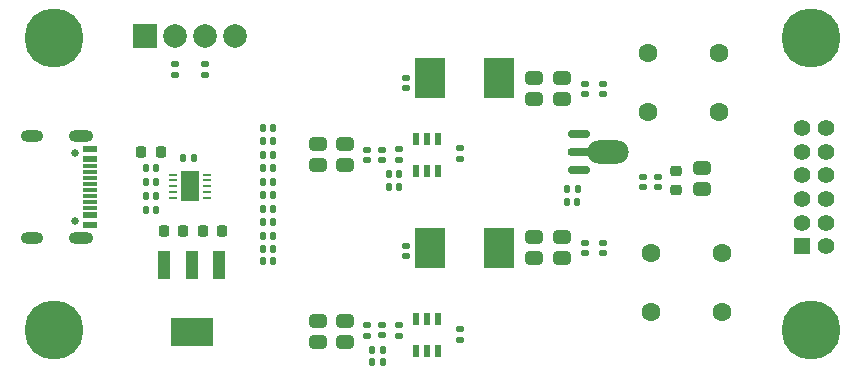
<source format=gbr>
%TF.GenerationSoftware,Altium Limited,Altium Designer,24.10.1 (45)*%
G04 Layer_Color=255*
%FSLAX45Y45*%
%MOMM*%
%TF.SameCoordinates,F50C4461-6059-43A5-BEE7-B7ABC5EDFC2B*%
%TF.FilePolarity,Positive*%
%TF.FileFunction,Pads,Top*%
%TF.Part,Single*%
G01*
G75*
%TA.AperFunction,SMDPad,CuDef*%
%ADD10R,2.50000X3.50000*%
G04:AMPARAMS|DCode=11|XSize=0.49mm|YSize=0.6mm|CornerRadius=0.049mm|HoleSize=0mm|Usage=FLASHONLY|Rotation=90.000|XOffset=0mm|YOffset=0mm|HoleType=Round|Shape=RoundedRectangle|*
%AMROUNDEDRECTD11*
21,1,0.49000,0.50200,0,0,90.0*
21,1,0.39200,0.60000,0,0,90.0*
1,1,0.09800,0.25100,0.19600*
1,1,0.09800,0.25100,-0.19600*
1,1,0.09800,-0.25100,-0.19600*
1,1,0.09800,-0.25100,0.19600*
%
%ADD11ROUNDEDRECTD11*%
G04:AMPARAMS|DCode=12|XSize=0.6mm|YSize=0.54mm|CornerRadius=0.1431mm|HoleSize=0mm|Usage=FLASHONLY|Rotation=0.000|XOffset=0mm|YOffset=0mm|HoleType=Round|Shape=RoundedRectangle|*
%AMROUNDEDRECTD12*
21,1,0.60000,0.25380,0,0,0.0*
21,1,0.31380,0.54000,0,0,0.0*
1,1,0.28620,0.15690,-0.12690*
1,1,0.28620,-0.15690,-0.12690*
1,1,0.28620,-0.15690,0.12690*
1,1,0.28620,0.15690,0.12690*
%
%ADD12ROUNDEDRECTD12*%
G04:AMPARAMS|DCode=13|XSize=0.9mm|YSize=0.96mm|CornerRadius=0.225mm|HoleSize=0mm|Usage=FLASHONLY|Rotation=180.000|XOffset=0mm|YOffset=0mm|HoleType=Round|Shape=RoundedRectangle|*
%AMROUNDEDRECTD13*
21,1,0.90000,0.51000,0,0,180.0*
21,1,0.45000,0.96000,0,0,180.0*
1,1,0.45000,-0.22500,0.25500*
1,1,0.45000,0.22500,0.25500*
1,1,0.45000,0.22500,-0.25500*
1,1,0.45000,-0.22500,-0.25500*
%
%ADD13ROUNDEDRECTD13*%
%ADD14R,3.59999X2.47000*%
%ADD15R,0.98001X2.47000*%
G04:AMPARAMS|DCode=16|XSize=0.49mm|YSize=0.6mm|CornerRadius=0.049mm|HoleSize=0mm|Usage=FLASHONLY|Rotation=180.000|XOffset=0mm|YOffset=0mm|HoleType=Round|Shape=RoundedRectangle|*
%AMROUNDEDRECTD16*
21,1,0.49000,0.50200,0,0,180.0*
21,1,0.39200,0.60000,0,0,180.0*
1,1,0.09800,-0.19600,0.25100*
1,1,0.09800,0.19600,0.25100*
1,1,0.09800,0.19600,-0.25100*
1,1,0.09800,-0.19600,-0.25100*
%
%ADD16ROUNDEDRECTD16*%
%ADD17O,1.90000X0.70000*%
%ADD18O,3.49999X2.00000*%
%ADD19O,2.10000X0.70000*%
G04:AMPARAMS|DCode=20|XSize=1.15mm|YSize=1.45mm|CornerRadius=0.2875mm|HoleSize=0mm|Usage=FLASHONLY|Rotation=270.000|XOffset=0mm|YOffset=0mm|HoleType=Round|Shape=RoundedRectangle|*
%AMROUNDEDRECTD20*
21,1,1.15000,0.87500,0,0,270.0*
21,1,0.57500,1.45000,0,0,270.0*
1,1,0.57500,-0.43750,-0.28750*
1,1,0.57500,-0.43750,0.28750*
1,1,0.57500,0.43750,0.28750*
1,1,0.57500,0.43750,-0.28750*
%
%ADD20ROUNDEDRECTD20*%
G04:AMPARAMS|DCode=21|XSize=0.6mm|YSize=0.54mm|CornerRadius=0.1431mm|HoleSize=0mm|Usage=FLASHONLY|Rotation=270.000|XOffset=0mm|YOffset=0mm|HoleType=Round|Shape=RoundedRectangle|*
%AMROUNDEDRECTD21*
21,1,0.60000,0.25380,0,0,270.0*
21,1,0.31380,0.54000,0,0,270.0*
1,1,0.28620,-0.12690,-0.15690*
1,1,0.28620,-0.12690,0.15690*
1,1,0.28620,0.12690,0.15690*
1,1,0.28620,0.12690,-0.15690*
%
%ADD21ROUNDEDRECTD21*%
%ADD22R,0.60000X1.10000*%
G04:AMPARAMS|DCode=23|XSize=0.9mm|YSize=0.96mm|CornerRadius=0.225mm|HoleSize=0mm|Usage=FLASHONLY|Rotation=270.000|XOffset=0mm|YOffset=0mm|HoleType=Round|Shape=RoundedRectangle|*
%AMROUNDEDRECTD23*
21,1,0.90000,0.51000,0,0,270.0*
21,1,0.45000,0.96000,0,0,270.0*
1,1,0.45000,-0.25500,-0.22500*
1,1,0.45000,-0.25500,0.22500*
1,1,0.45000,0.25500,0.22500*
1,1,0.45000,0.25500,-0.22500*
%
%ADD23ROUNDEDRECTD23*%
%ADD24R,1.50000X2.50000*%
%ADD25R,0.66500X0.28001*%
%TA.AperFunction,ConnectorPad*%
%ADD26R,1.15001X0.60000*%
%ADD27R,1.15001X0.30000*%
%TA.AperFunction,ComponentPad*%
%ADD33R,1.40000X1.40000*%
%ADD34C,1.40000*%
%ADD35C,2.00000*%
%ADD36R,2.00000X2.00000*%
%ADD37C,5.00000*%
%ADD38C,1.60000*%
%ADD39C,0.64999*%
%ADD40O,1.90000X1.00000*%
%ADD41O,2.10000X1.00000*%
D10*
X3517500Y2514600D02*
D03*
X4102500D02*
D03*
X3517500Y1079500D02*
D03*
X4102500D02*
D03*
D11*
X3251200Y1912843D02*
D03*
Y1821843D02*
D03*
X1612900Y2636300D02*
D03*
Y2545300D02*
D03*
X1358900Y2636300D02*
D03*
Y2545300D02*
D03*
X3771900Y388400D02*
D03*
Y297400D02*
D03*
X3251200Y335500D02*
D03*
Y426500D02*
D03*
X3771900Y1925100D02*
D03*
Y1834100D02*
D03*
D12*
X2984500Y1909900D02*
D03*
Y1823900D02*
D03*
X3111500Y1909900D02*
D03*
Y1823900D02*
D03*
X3314700Y1011100D02*
D03*
Y1097100D02*
D03*
X5321300Y1595300D02*
D03*
Y1681300D02*
D03*
X5448300Y1595300D02*
D03*
Y1681300D02*
D03*
X4826000Y2382700D02*
D03*
Y2468700D02*
D03*
X4981329Y2383017D02*
D03*
Y2469017D02*
D03*
Y1036500D02*
D03*
Y1122500D02*
D03*
X4826000Y1036500D02*
D03*
Y1122500D02*
D03*
X3111500Y338000D02*
D03*
Y424000D02*
D03*
X2984500Y337067D02*
D03*
Y423067D02*
D03*
X3314700Y2433500D02*
D03*
Y2519500D02*
D03*
D13*
X1757800Y1219200D02*
D03*
X1595000D02*
D03*
X1427600D02*
D03*
X1264800D02*
D03*
X1074300Y1892300D02*
D03*
X1237100D02*
D03*
D14*
X1498600Y364211D02*
D03*
D15*
X1268603Y931189D02*
D03*
X1498600Y931190D02*
D03*
X1728597Y931189D02*
D03*
D16*
X1109607Y1634066D02*
D03*
Y1752599D02*
D03*
X3027900Y114300D02*
D03*
X3118900D02*
D03*
X3027900Y215900D02*
D03*
X3118900D02*
D03*
X3258840Y1590276D02*
D03*
X3167840D02*
D03*
X3167600Y1701800D02*
D03*
X3258600D02*
D03*
X2191800Y1638300D02*
D03*
X2100800D02*
D03*
X2191800Y1752600D02*
D03*
X2100800D02*
D03*
X2191800Y1866900D02*
D03*
X2100800D02*
D03*
X2191800Y1981200D02*
D03*
X2100800Y1981200D02*
D03*
X2191800Y2095500D02*
D03*
X2100800D02*
D03*
X2191800Y965200D02*
D03*
X2100800D02*
D03*
X2191800Y1066800D02*
D03*
X2100800D02*
D03*
X2191800Y1181100D02*
D03*
X2100800D02*
D03*
X2191800Y1295400D02*
D03*
X2100800D02*
D03*
X2191800Y1409700D02*
D03*
X2100800D02*
D03*
X2191800Y1524000D02*
D03*
X2100800D02*
D03*
X1200607Y1515533D02*
D03*
X1109607D02*
D03*
X1200607Y1634066D02*
D03*
Y1752599D02*
D03*
Y1397000D02*
D03*
X1109607D02*
D03*
D17*
X4777232Y1742186D02*
D03*
Y2042414D02*
D03*
D18*
X5027168Y1892300D02*
D03*
D19*
X4787138D02*
D03*
D20*
X5816600Y1573700D02*
D03*
Y1753700D02*
D03*
X4394200Y989183D02*
D03*
Y1169183D02*
D03*
X4635500Y989500D02*
D03*
Y1169500D02*
D03*
X2565400Y278300D02*
D03*
Y458300D02*
D03*
X2794000Y278300D02*
D03*
Y458300D02*
D03*
Y1776583D02*
D03*
Y1956583D02*
D03*
X4635501Y2515700D02*
D03*
Y2335700D02*
D03*
X4394200Y2515700D02*
D03*
X4394199Y2335700D02*
D03*
X2565400Y1956583D02*
D03*
Y1776583D02*
D03*
D21*
X4680738Y1581410D02*
D03*
X4766738D02*
D03*
X4674891Y1464618D02*
D03*
X4760891D02*
D03*
X1430200Y1841500D02*
D03*
X1516200D02*
D03*
D22*
X3397504Y207899D02*
D03*
X3492500D02*
D03*
X3587496D02*
D03*
Y477901D02*
D03*
X3492500D02*
D03*
X3397504D02*
D03*
Y1731899D02*
D03*
X3492500D02*
D03*
X3587496D02*
D03*
Y2001901D02*
D03*
X3492500D02*
D03*
X3397504D02*
D03*
D23*
X5600700Y1569600D02*
D03*
Y1732400D02*
D03*
D24*
X1485900Y1600200D02*
D03*
D25*
X1626641Y1700200D02*
D03*
X1626641Y1650187D02*
D03*
X1626641Y1600200D02*
D03*
Y1550187D02*
D03*
Y1500200D02*
D03*
X1345159D02*
D03*
Y1550187D02*
D03*
Y1600200D02*
D03*
X1345159Y1650187D02*
D03*
X1345159Y1700200D02*
D03*
D26*
X641840Y1273513D02*
D03*
Y1353500D02*
D03*
Y1833510D02*
D03*
Y1913489D02*
D03*
D27*
Y1418504D02*
D03*
Y1468509D02*
D03*
Y1518494D02*
D03*
Y1568504D02*
D03*
Y1618494D02*
D03*
Y1668504D02*
D03*
Y1718491D02*
D03*
Y1768506D02*
D03*
D33*
X6669100Y1093498D02*
D03*
D34*
X6869100D02*
D03*
X6669100Y1293498D02*
D03*
X6869100D02*
D03*
X6669100Y1493498D02*
D03*
X6869100D02*
D03*
X6669100Y1693497D02*
D03*
X6869100D02*
D03*
X6669100Y1893497D02*
D03*
X6869100D02*
D03*
X6669100Y2093496D02*
D03*
X6869100D02*
D03*
D35*
X1866900Y2870200D02*
D03*
X1612900D02*
D03*
X1358900D02*
D03*
D36*
X1104900D02*
D03*
D37*
X6743700Y2857500D02*
D03*
X330200D02*
D03*
Y381000D02*
D03*
X6743700D02*
D03*
D38*
X5964199Y2726500D02*
D03*
Y2226500D02*
D03*
X5364201Y2726500D02*
D03*
Y2226500D02*
D03*
X5389601Y537400D02*
D03*
Y1037399D02*
D03*
X5989599Y537400D02*
D03*
Y1037399D02*
D03*
D39*
X515569Y1304486D02*
D03*
Y1882488D02*
D03*
D40*
X145560Y1160989D02*
D03*
Y2026011D02*
D03*
D41*
X565559Y1160989D02*
D03*
Y2026011D02*
D03*
%TF.MD5,cfa6dafe3bbffd0fa2b618d985c61a3c*%
M02*

</source>
